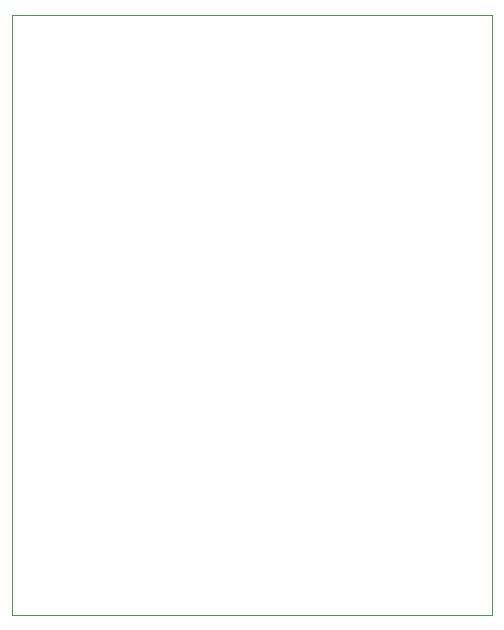
<source format=gbr>
G04 #@! TF.GenerationSoftware,KiCad,Pcbnew,(5.1.5)-3*
G04 #@! TF.CreationDate,2021-03-06T15:43:58-05:00*
G04 #@! TF.ProjectId,adc7953-breakout,61646337-3935-4332-9d62-7265616b6f75,rev?*
G04 #@! TF.SameCoordinates,Original*
G04 #@! TF.FileFunction,Profile,NP*
%FSLAX46Y46*%
G04 Gerber Fmt 4.6, Leading zero omitted, Abs format (unit mm)*
G04 Created by KiCad (PCBNEW (5.1.5)-3) date 2021-03-06 15:43:58*
%MOMM*%
%LPD*%
G04 APERTURE LIST*
%ADD10C,0.050000*%
G04 APERTURE END LIST*
D10*
X180340000Y-74930000D02*
X139700000Y-74930000D01*
X180340000Y-125730000D02*
X180340000Y-74930000D01*
X139700000Y-125730000D02*
X180340000Y-125730000D01*
X139700000Y-74930000D02*
X139700000Y-125730000D01*
M02*

</source>
